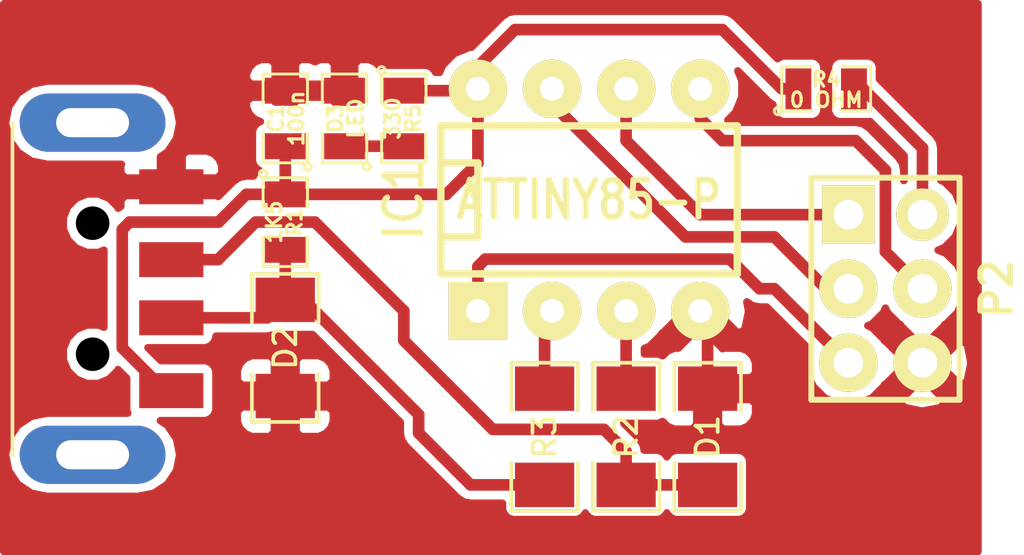
<source format=kicad_pcb>
(kicad_pcb (version 3) (host pcbnew "(2013-may-18)-stable")

  (general
    (links 24)
    (no_connects 0)
    (area 30.734 54.156 72.4916 113.030001)
    (thickness 1.6)
    (drawings 0)
    (tracks 67)
    (zones 0)
    (modules 12)
    (nets 13)
  )

  (page A4)
  (layers
    (15 F.Cu signal)
    (0 B.Cu signal)
    (16 B.Adhes user)
    (17 F.Adhes user)
    (18 B.Paste user)
    (19 F.Paste user)
    (20 B.SilkS user)
    (21 F.SilkS user)
    (22 B.Mask user)
    (23 F.Mask user)
    (24 Dwgs.User user)
    (25 Cmts.User user)
    (26 Eco1.User user)
    (27 Eco2.User user)
    (28 Edge.Cuts user)
  )

  (setup
    (last_trace_width 0.4)
    (user_trace_width 0.4)
    (user_trace_width 0.6)
    (user_trace_width 0.8)
    (user_trace_width 1)
    (trace_clearance 0.254)
    (zone_clearance 0.3)
    (zone_45_only yes)
    (trace_min 0.254)
    (segment_width 0.2)
    (edge_width 0.15)
    (via_size 0.889)
    (via_drill 0.635)
    (via_min_size 0.889)
    (via_min_drill 0.508)
    (uvia_size 0.508)
    (uvia_drill 0.127)
    (uvias_allowed no)
    (uvia_min_size 0.508)
    (uvia_min_drill 0.127)
    (pcb_text_width 0.3)
    (pcb_text_size 1 1)
    (mod_edge_width 0.15)
    (mod_text_size 1 1)
    (mod_text_width 0.15)
    (pad_size 2 1.8)
    (pad_drill 1.016)
    (pad_to_mask_clearance 0)
    (aux_axis_origin 0 0)
    (visible_elements FFFFFFBF)
    (pcbplotparams
      (layerselection 32768)
      (usegerberextensions false)
      (excludeedgelayer false)
      (linewidth 0.150000)
      (plotframeref false)
      (viasonmask false)
      (mode 1)
      (useauxorigin false)
      (hpglpennumber 1)
      (hpglpenspeed 20)
      (hpglpendiameter 15)
      (hpglpenoverlay 2)
      (psnegative false)
      (psa4output false)
      (plotreference false)
      (plotvalue false)
      (plotothertext false)
      (plotinvisibletext false)
      (padsonsilk false)
      (subtractmaskfromsilk false)
      (outputformat 2)
      (mirror false)
      (drillshape 2)
      (scaleselection 1)
      (outputdirectory ""))
  )

  (net 0 "")
  (net 1 D+)
  (net 2 D-)
  (net 3 GND)
  (net 4 MISO)
  (net 5 MOSI)
  (net 6 N-000001)
  (net 7 N-000002)
  (net 8 N-000007)
  (net 9 RESET)
  (net 10 SCK)
  (net 11 VCC)
  (net 12 VCC_HEADER)

  (net_class Default "This is the default net class."
    (clearance 0.254)
    (trace_width 0.254)
    (via_dia 0.889)
    (via_drill 0.635)
    (uvia_dia 0.508)
    (uvia_drill 0.127)
    (add_net "")
    (add_net D+)
    (add_net D-)
    (add_net GND)
    (add_net MISO)
    (add_net MOSI)
    (add_net N-000001)
    (add_net N-000002)
    (add_net N-000007)
    (add_net RESET)
    (add_net SCK)
    (add_net VCC)
    (add_net VCC_HEADER)
  )

  (module SM1206 (layer F.Cu) (tedit 42806E24) (tstamp 5350465A)
    (at 58.928 68.326 90)
    (path /53503BC7)
    (attr smd)
    (fp_text reference R2 (at 0 0 90) (layer F.SilkS)
      (effects (font (size 0.762 0.762) (thickness 0.127)))
    )
    (fp_text value 68 (at 0 0 90) (layer F.SilkS) hide
      (effects (font (size 0.762 0.762) (thickness 0.127)))
    )
    (fp_line (start -2.54 -1.143) (end -2.54 1.143) (layer F.SilkS) (width 0.127))
    (fp_line (start -2.54 1.143) (end -0.889 1.143) (layer F.SilkS) (width 0.127))
    (fp_line (start 0.889 -1.143) (end 2.54 -1.143) (layer F.SilkS) (width 0.127))
    (fp_line (start 2.54 -1.143) (end 2.54 1.143) (layer F.SilkS) (width 0.127))
    (fp_line (start 2.54 1.143) (end 0.889 1.143) (layer F.SilkS) (width 0.127))
    (fp_line (start -0.889 -1.143) (end -2.54 -1.143) (layer F.SilkS) (width 0.127))
    (pad 1 smd rect (at -1.651 0 90) (size 1.524 2.032)
      (layers F.Cu F.Paste F.Mask)
      (net 1 D+)
    )
    (pad 2 smd rect (at 1.651 0 90) (size 1.524 2.032)
      (layers F.Cu F.Paste F.Mask)
      (net 6 N-000001)
    )
    (model smd/chip_cms.wrl
      (at (xyz 0 0 0))
      (scale (xyz 0.17 0.16 0.16))
      (rotate (xyz 0 0 0))
    )
  )

  (module SM1206 (layer F.Cu) (tedit 42806E24) (tstamp 53504666)
    (at 56.134 68.326 90)
    (path /53503BE0)
    (attr smd)
    (fp_text reference R3 (at 0 0 90) (layer F.SilkS)
      (effects (font (size 0.762 0.762) (thickness 0.127)))
    )
    (fp_text value 68 (at 0 0 90) (layer F.SilkS) hide
      (effects (font (size 0.762 0.762) (thickness 0.127)))
    )
    (fp_line (start -2.54 -1.143) (end -2.54 1.143) (layer F.SilkS) (width 0.127))
    (fp_line (start -2.54 1.143) (end -0.889 1.143) (layer F.SilkS) (width 0.127))
    (fp_line (start 0.889 -1.143) (end 2.54 -1.143) (layer F.SilkS) (width 0.127))
    (fp_line (start 2.54 -1.143) (end 2.54 1.143) (layer F.SilkS) (width 0.127))
    (fp_line (start 2.54 1.143) (end 0.889 1.143) (layer F.SilkS) (width 0.127))
    (fp_line (start -0.889 -1.143) (end -2.54 -1.143) (layer F.SilkS) (width 0.127))
    (pad 1 smd rect (at -1.651 0 90) (size 1.524 2.032)
      (layers F.Cu F.Paste F.Mask)
      (net 2 D-)
    )
    (pad 2 smd rect (at 1.651 0 90) (size 1.524 2.032)
      (layers F.Cu F.Paste F.Mask)
      (net 7 N-000002)
    )
    (model smd/chip_cms.wrl
      (at (xyz 0 0 0))
      (scale (xyz 0.17 0.16 0.16))
      (rotate (xyz 0 0 0))
    )
  )

  (module SM1206 (layer F.Cu) (tedit 42806E24) (tstamp 53504672)
    (at 61.722 68.326 270)
    (path /53503C5C)
    (attr smd)
    (fp_text reference D1 (at 0 0 270) (layer F.SilkS)
      (effects (font (size 0.762 0.762) (thickness 0.127)))
    )
    (fp_text value 3V6 (at 0 0 270) (layer F.SilkS) hide
      (effects (font (size 0.762 0.762) (thickness 0.127)))
    )
    (fp_line (start -2.54 -1.143) (end -2.54 1.143) (layer F.SilkS) (width 0.127))
    (fp_line (start -2.54 1.143) (end -0.889 1.143) (layer F.SilkS) (width 0.127))
    (fp_line (start 0.889 -1.143) (end 2.54 -1.143) (layer F.SilkS) (width 0.127))
    (fp_line (start 2.54 -1.143) (end 2.54 1.143) (layer F.SilkS) (width 0.127))
    (fp_line (start 2.54 1.143) (end 0.889 1.143) (layer F.SilkS) (width 0.127))
    (fp_line (start -0.889 -1.143) (end -2.54 -1.143) (layer F.SilkS) (width 0.127))
    (pad 1 smd rect (at -1.651 0 270) (size 1.524 2.032)
      (layers F.Cu F.Paste F.Mask)
      (net 3 GND)
    )
    (pad 2 smd rect (at 1.651 0 270) (size 1.524 2.032)
      (layers F.Cu F.Paste F.Mask)
      (net 1 D+)
    )
    (model smd/chip_cms.wrl
      (at (xyz 0 0 0))
      (scale (xyz 0.17 0.16 0.16))
      (rotate (xyz 0 0 0))
    )
  )

  (module SM1206 (layer F.Cu) (tedit 42806E24) (tstamp 5352B99F)
    (at 47.244 65.278 90)
    (path /53503C7C)
    (attr smd)
    (fp_text reference D2 (at 0 0 90) (layer F.SilkS)
      (effects (font (size 0.762 0.762) (thickness 0.127)))
    )
    (fp_text value 3V6 (at 0 0 90) (layer F.SilkS) hide
      (effects (font (size 0.762 0.762) (thickness 0.127)))
    )
    (fp_line (start -2.54 -1.143) (end -2.54 1.143) (layer F.SilkS) (width 0.127))
    (fp_line (start -2.54 1.143) (end -0.889 1.143) (layer F.SilkS) (width 0.127))
    (fp_line (start 0.889 -1.143) (end 2.54 -1.143) (layer F.SilkS) (width 0.127))
    (fp_line (start 2.54 -1.143) (end 2.54 1.143) (layer F.SilkS) (width 0.127))
    (fp_line (start 2.54 1.143) (end 0.889 1.143) (layer F.SilkS) (width 0.127))
    (fp_line (start -0.889 -1.143) (end -2.54 -1.143) (layer F.SilkS) (width 0.127))
    (pad 1 smd rect (at -1.651 0 90) (size 1.524 2.032)
      (layers F.Cu F.Paste F.Mask)
      (net 3 GND)
    )
    (pad 2 smd rect (at 1.651 0 90) (size 1.524 2.032)
      (layers F.Cu F.Paste F.Mask)
      (net 2 D-)
    )
    (model smd/chip_cms.wrl
      (at (xyz 0 0 0))
      (scale (xyz 0.17 0.16 0.16))
      (rotate (xyz 0 0 0))
    )
  )

  (module SM0805 (layer F.Cu) (tedit 5091495C) (tstamp 5350468B)
    (at 47.244 57.404 90)
    (path /53503BA0)
    (attr smd)
    (fp_text reference C1 (at 0 -0.3175 90) (layer F.SilkS)
      (effects (font (size 0.50038 0.50038) (thickness 0.10922)))
    )
    (fp_text value 100n (at 0 0.381 90) (layer F.SilkS)
      (effects (font (size 0.50038 0.50038) (thickness 0.10922)))
    )
    (fp_circle (center -1.651 0.762) (end -1.651 0.635) (layer F.SilkS) (width 0.09906))
    (fp_line (start -0.508 0.762) (end -1.524 0.762) (layer F.SilkS) (width 0.09906))
    (fp_line (start -1.524 0.762) (end -1.524 -0.762) (layer F.SilkS) (width 0.09906))
    (fp_line (start -1.524 -0.762) (end -0.508 -0.762) (layer F.SilkS) (width 0.09906))
    (fp_line (start 0.508 -0.762) (end 1.524 -0.762) (layer F.SilkS) (width 0.09906))
    (fp_line (start 1.524 -0.762) (end 1.524 0.762) (layer F.SilkS) (width 0.09906))
    (fp_line (start 1.524 0.762) (end 0.508 0.762) (layer F.SilkS) (width 0.09906))
    (pad 1 smd rect (at -0.9525 0 90) (size 0.889 1.397)
      (layers F.Cu F.Paste F.Mask)
      (net 11 VCC)
    )
    (pad 2 smd rect (at 0.9525 0 90) (size 0.889 1.397)
      (layers F.Cu F.Paste F.Mask)
      (net 3 GND)
    )
    (model smd/chip_cms.wrl
      (at (xyz 0 0 0))
      (scale (xyz 0.1 0.1 0.1))
      (rotate (xyz 0 0 0))
    )
  )

  (module SM0805 (layer F.Cu) (tedit 5091495C) (tstamp 53504698)
    (at 47.244 60.96 270)
    (path /53503CE4)
    (attr smd)
    (fp_text reference R1 (at 0 -0.3175 270) (layer F.SilkS)
      (effects (font (size 0.50038 0.50038) (thickness 0.10922)))
    )
    (fp_text value 1K5 (at 0 0.381 270) (layer F.SilkS)
      (effects (font (size 0.50038 0.50038) (thickness 0.10922)))
    )
    (fp_circle (center -1.651 0.762) (end -1.651 0.635) (layer F.SilkS) (width 0.09906))
    (fp_line (start -0.508 0.762) (end -1.524 0.762) (layer F.SilkS) (width 0.09906))
    (fp_line (start -1.524 0.762) (end -1.524 -0.762) (layer F.SilkS) (width 0.09906))
    (fp_line (start -1.524 -0.762) (end -0.508 -0.762) (layer F.SilkS) (width 0.09906))
    (fp_line (start 0.508 -0.762) (end 1.524 -0.762) (layer F.SilkS) (width 0.09906))
    (fp_line (start 1.524 -0.762) (end 1.524 0.762) (layer F.SilkS) (width 0.09906))
    (fp_line (start 1.524 0.762) (end 0.508 0.762) (layer F.SilkS) (width 0.09906))
    (pad 1 smd rect (at -0.9525 0 270) (size 0.889 1.397)
      (layers F.Cu F.Paste F.Mask)
      (net 11 VCC)
    )
    (pad 2 smd rect (at 0.9525 0 270) (size 0.889 1.397)
      (layers F.Cu F.Paste F.Mask)
      (net 2 D-)
    )
    (model smd/chip_cms.wrl
      (at (xyz 0 0 0))
      (scale (xyz 0.1 0.1 0.1))
      (rotate (xyz 0 0 0))
    )
  )

  (module SM0805 (layer F.Cu) (tedit 5091495C) (tstamp 535046A5)
    (at 65.786 56.388)
    (path /53503D81)
    (attr smd)
    (fp_text reference R4 (at 0 -0.3175) (layer F.SilkS)
      (effects (font (size 0.50038 0.50038) (thickness 0.10922)))
    )
    (fp_text value "0 OHM" (at 0 0.381) (layer F.SilkS)
      (effects (font (size 0.50038 0.50038) (thickness 0.10922)))
    )
    (fp_circle (center -1.651 0.762) (end -1.651 0.635) (layer F.SilkS) (width 0.09906))
    (fp_line (start -0.508 0.762) (end -1.524 0.762) (layer F.SilkS) (width 0.09906))
    (fp_line (start -1.524 0.762) (end -1.524 -0.762) (layer F.SilkS) (width 0.09906))
    (fp_line (start -1.524 -0.762) (end -0.508 -0.762) (layer F.SilkS) (width 0.09906))
    (fp_line (start 0.508 -0.762) (end 1.524 -0.762) (layer F.SilkS) (width 0.09906))
    (fp_line (start 1.524 -0.762) (end 1.524 0.762) (layer F.SilkS) (width 0.09906))
    (fp_line (start 1.524 0.762) (end 0.508 0.762) (layer F.SilkS) (width 0.09906))
    (pad 1 smd rect (at -0.9525 0) (size 0.889 1.397)
      (layers F.Cu F.Paste F.Mask)
      (net 11 VCC)
    )
    (pad 2 smd rect (at 0.9525 0) (size 0.889 1.397)
      (layers F.Cu F.Paste F.Mask)
      (net 12 VCC_HEADER)
    )
    (model smd/chip_cms.wrl
      (at (xyz 0 0 0))
      (scale (xyz 0.1 0.1 0.1))
      (rotate (xyz 0 0 0))
    )
  )

  (module SM0805 (layer F.Cu) (tedit 5091495C) (tstamp 535046B2)
    (at 51.308 57.404 270)
    (path /53503DE0)
    (attr smd)
    (fp_text reference R5 (at 0 -0.3175 270) (layer F.SilkS)
      (effects (font (size 0.50038 0.50038) (thickness 0.10922)))
    )
    (fp_text value 330 (at 0 0.381 270) (layer F.SilkS)
      (effects (font (size 0.50038 0.50038) (thickness 0.10922)))
    )
    (fp_circle (center -1.651 0.762) (end -1.651 0.635) (layer F.SilkS) (width 0.09906))
    (fp_line (start -0.508 0.762) (end -1.524 0.762) (layer F.SilkS) (width 0.09906))
    (fp_line (start -1.524 0.762) (end -1.524 -0.762) (layer F.SilkS) (width 0.09906))
    (fp_line (start -1.524 -0.762) (end -0.508 -0.762) (layer F.SilkS) (width 0.09906))
    (fp_line (start 0.508 -0.762) (end 1.524 -0.762) (layer F.SilkS) (width 0.09906))
    (fp_line (start 1.524 -0.762) (end 1.524 0.762) (layer F.SilkS) (width 0.09906))
    (fp_line (start 1.524 0.762) (end 0.508 0.762) (layer F.SilkS) (width 0.09906))
    (pad 1 smd rect (at -0.9525 0 270) (size 0.889 1.397)
      (layers F.Cu F.Paste F.Mask)
      (net 11 VCC)
    )
    (pad 2 smd rect (at 0.9525 0 270) (size 0.889 1.397)
      (layers F.Cu F.Paste F.Mask)
      (net 8 N-000007)
    )
    (model smd/chip_cms.wrl
      (at (xyz 0 0 0))
      (scale (xyz 0.1 0.1 0.1))
      (rotate (xyz 0 0 0))
    )
  )

  (module SM0805 (layer F.Cu) (tedit 5091495C) (tstamp 535046BF)
    (at 49.276 57.404 90)
    (path /53503DEF)
    (attr smd)
    (fp_text reference D3 (at 0 -0.3175 90) (layer F.SilkS)
      (effects (font (size 0.50038 0.50038) (thickness 0.10922)))
    )
    (fp_text value LED (at 0 0.381 90) (layer F.SilkS)
      (effects (font (size 0.50038 0.50038) (thickness 0.10922)))
    )
    (fp_circle (center -1.651 0.762) (end -1.651 0.635) (layer F.SilkS) (width 0.09906))
    (fp_line (start -0.508 0.762) (end -1.524 0.762) (layer F.SilkS) (width 0.09906))
    (fp_line (start -1.524 0.762) (end -1.524 -0.762) (layer F.SilkS) (width 0.09906))
    (fp_line (start -1.524 -0.762) (end -0.508 -0.762) (layer F.SilkS) (width 0.09906))
    (fp_line (start 0.508 -0.762) (end 1.524 -0.762) (layer F.SilkS) (width 0.09906))
    (fp_line (start 1.524 -0.762) (end 1.524 0.762) (layer F.SilkS) (width 0.09906))
    (fp_line (start 1.524 0.762) (end 0.508 0.762) (layer F.SilkS) (width 0.09906))
    (pad 1 smd rect (at -0.9525 0 90) (size 0.889 1.397)
      (layers F.Cu F.Paste F.Mask)
      (net 8 N-000007)
    )
    (pad 2 smd rect (at 0.9525 0 90) (size 0.889 1.397)
      (layers F.Cu F.Paste F.Mask)
      (net 3 GND)
    )
    (model smd/chip_cms.wrl
      (at (xyz 0 0 0))
      (scale (xyz 0.1 0.1 0.1))
      (rotate (xyz 0 0 0))
    )
  )

  (module pin_array_3x2 (layer F.Cu) (tedit 53519A67) (tstamp 535046CD)
    (at 67.818 63.246 270)
    (descr "Double rangee de contacts 2 x 4 pins")
    (tags CONN)
    (path /53503D46)
    (fp_text reference P2 (at 0 -3.81 270) (layer F.SilkS)
      (effects (font (size 1.016 1.016) (thickness 0.2032)))
    )
    (fp_text value CONN_3X2 (at 0 3.81 270) (layer F.SilkS) hide
      (effects (font (size 1.016 1.016) (thickness 0.2032)))
    )
    (fp_line (start 3.81 2.54) (end -3.81 2.54) (layer F.SilkS) (width 0.2032))
    (fp_line (start -3.81 -2.54) (end 3.81 -2.54) (layer F.SilkS) (width 0.2032))
    (fp_line (start 3.81 -2.54) (end 3.81 2.54) (layer F.SilkS) (width 0.2032))
    (fp_line (start -3.81 2.54) (end -3.81 -2.54) (layer F.SilkS) (width 0.2032))
    (pad 1 thru_hole rect (at -2.54 1.27 270) (size 2 1.8) (drill 1.016)
      (layers *.Cu *.Mask F.SilkS)
      (net 4 MISO)
    )
    (pad 2 thru_hole circle (at -2.54 -1.27 270) (size 1.8 1.8) (drill 1.016)
      (layers *.Cu *.Mask F.SilkS)
      (net 12 VCC_HEADER)
    )
    (pad 3 thru_hole circle (at 0 1.27 270) (size 2 2) (drill 1.016)
      (layers *.Cu *.Mask F.SilkS)
      (net 10 SCK)
    )
    (pad 4 thru_hole circle (at 0 -1.27 270) (size 2 2) (drill 1.016)
      (layers *.Cu *.Mask F.SilkS)
      (net 5 MOSI)
    )
    (pad 5 thru_hole circle (at 2.54 1.27 270) (size 2 2) (drill 1.016)
      (layers *.Cu *.Mask F.SilkS)
      (net 9 RESET)
    )
    (pad 6 thru_hole circle (at 2.54 -1.27 270) (size 2 2) (drill 1.016)
      (layers *.Cu *.Mask F.SilkS)
      (net 3 GND)
    )
    (model pin_array/pins_array_3x2.wrl
      (at (xyz 0 0 0))
      (scale (xyz 1 1 1))
      (rotate (xyz 0 0 0))
    )
  )

  (module DIP-8__300 (layer F.Cu) (tedit 535046E3) (tstamp 535046E0)
    (at 57.658 60.198)
    (descr "8 pins DIL package, round pads")
    (tags DIL)
    (path /53503B6F)
    (fp_text reference IC1 (at -6.35 0 90) (layer F.SilkS)
      (effects (font (size 1.27 1.143) (thickness 0.2032)))
    )
    (fp_text value ATTINY85-P (at 0 0) (layer F.SilkS)
      (effects (font (size 1.27 1.016) (thickness 0.2032)))
    )
    (fp_line (start -5.08 -1.27) (end -3.81 -1.27) (layer F.SilkS) (width 0.254))
    (fp_line (start -3.81 -1.27) (end -3.81 1.27) (layer F.SilkS) (width 0.254))
    (fp_line (start -3.81 1.27) (end -5.08 1.27) (layer F.SilkS) (width 0.254))
    (fp_line (start -5.08 -2.54) (end 5.08 -2.54) (layer F.SilkS) (width 0.254))
    (fp_line (start 5.08 -2.54) (end 5.08 2.54) (layer F.SilkS) (width 0.254))
    (fp_line (start 5.08 2.54) (end -5.08 2.54) (layer F.SilkS) (width 0.254))
    (fp_line (start -5.08 2.54) (end -5.08 -2.54) (layer F.SilkS) (width 0.254))
    (pad 1 thru_hole rect (at -3.81 3.81) (size 2 2) (drill 0.8128)
      (layers *.Cu *.Mask F.SilkS)
      (net 9 RESET)
    )
    (pad 2 thru_hole circle (at -1.27 3.81) (size 2 2) (drill 0.8128)
      (layers *.Cu *.Mask F.SilkS)
      (net 7 N-000002)
    )
    (pad 3 thru_hole circle (at 1.27 3.81) (size 2 2) (drill 0.8128)
      (layers *.Cu *.Mask F.SilkS)
      (net 6 N-000001)
    )
    (pad 4 thru_hole circle (at 3.81 3.81) (size 2 2) (drill 0.8128)
      (layers *.Cu *.Mask F.SilkS)
      (net 3 GND)
    )
    (pad 5 thru_hole circle (at 3.81 -3.81) (size 2 2) (drill 0.8128)
      (layers *.Cu *.Mask F.SilkS)
      (net 5 MOSI)
    )
    (pad 6 thru_hole circle (at 1.27 -3.81) (size 2 2) (drill 0.8128)
      (layers *.Cu *.Mask F.SilkS)
      (net 4 MISO)
    )
    (pad 7 thru_hole circle (at -1.27 -3.81) (size 2 2) (drill 0.8128)
      (layers *.Cu *.Mask F.SilkS)
      (net 10 SCK)
    )
    (pad 8 thru_hole circle (at -3.81 -3.81) (size 2 2) (drill 0.8128)
      (layers *.Cu *.Mask F.SilkS)
      (net 11 VCC)
    )
    (model dil/dil_8.wrl
      (at (xyz 0 0 0))
      (scale (xyz 1 1 1))
      (rotate (xyz 0 0 0))
    )
  )

  (module USB-A-PLUG-SMT (layer F.Cu) (tedit 5299303F) (tstamp 5350464E)
    (at 40.64 63.246 270)
    (path /5350427A)
    (attr smd)
    (fp_text reference P1 (at 0 -0.381 270) (layer Cmts.User)
      (effects (font (size 0.508 0.508) (thickness 0.1016)))
    )
    (fp_text value USB-A (at 0 0.381 270) (layer Cmts.User) hide
      (effects (font (size 0.508 0.508) (thickness 0.1016)))
    )
    (fp_line (start -5.69976 2.74828) (end 5.69976 2.74828) (layer F.SilkS) (width 0.127))
    (pad 1 smd rect (at 3.49758 -2.69748 270) (size 1.20142 2.20218)
      (layers F.Cu F.Paste F.Mask)
      (net 11 VCC)
    )
    (pad 2 smd rect (at 0.99822 -2.69748 270) (size 1.19888 2.20218)
      (layers F.Cu F.Paste F.Mask)
      (net 2 D-)
    )
    (pad 3 smd rect (at -0.99822 -2.69748 270) (size 1.19888 2.20218)
      (layers F.Cu F.Paste F.Mask)
      (net 1 D+)
    )
    (pad 4 smd rect (at -3.49758 -2.69748 270) (size 1.20142 2.20218)
      (layers F.Cu F.Paste F.Mask)
      (net 3 GND)
    )
    (pad 5 thru_hole oval (at -5.69722 0 270) (size 1.99898 4.99872) (drill oval 0.99822 2.49936)
      (layers *.Cu *.Mask)
    )
    (pad 6 thru_hole oval (at 5.69722 0 270) (size 1.99898 4.99872) (drill oval 0.99822 2.49936)
      (layers *.Cu *.Mask)
    )
    (pad HOLE np_thru_hole circle (at -2.2479 0 270) (size 1.15062 1.15062) (drill 1.15062)
      (layers *.Mask)
    )
    (pad HOLE np_thru_hole circle (at 2.2479 0 270) (size 1.15062 1.15062) (drill 1.15062)
      (layers *.Mask)
    )
  )

  (segment (start 43.33748 62.24778) (end 44.94022 62.24778) (width 0.4) (layer F.Cu) (net 1))
  (segment (start 58.928 68.834) (end 58.928 69.977) (width 0.4) (layer F.Cu) (net 1) (tstamp 5352B886))
  (segment (start 58.166 68.072) (end 58.928 68.834) (width 0.4) (layer F.Cu) (net 1) (tstamp 5352B885))
  (segment (start 54.356 68.072) (end 58.166 68.072) (width 0.4) (layer F.Cu) (net 1) (tstamp 5352B883))
  (segment (start 51.308 65.024) (end 54.356 68.072) (width 0.4) (layer F.Cu) (net 1) (tstamp 5352B882))
  (segment (start 51.308 64.008) (end 51.308 65.024) (width 0.4) (layer F.Cu) (net 1) (tstamp 5352B880))
  (segment (start 48.26 60.96) (end 51.308 64.008) (width 0.4) (layer F.Cu) (net 1) (tstamp 5352B87C))
  (segment (start 46.228 60.96) (end 48.26 60.96) (width 0.4) (layer F.Cu) (net 1) (tstamp 5352B87B))
  (segment (start 44.94022 62.24778) (end 46.228 60.96) (width 0.4) (layer F.Cu) (net 1) (tstamp 5352B87A))
  (segment (start 43.33748 62.24778) (end 44.17822 62.24778) (width 0.4) (layer F.Cu) (net 1))
  (segment (start 58.928 69.977) (end 61.722 69.977) (width 0.4) (layer F.Cu) (net 1))
  (segment (start 47.244 63.627) (end 47.879 63.627) (width 0.4) (layer F.Cu) (net 2) (status C00000))
  (segment (start 53.594 69.977) (end 56.134 69.977) (width 0.4) (layer F.Cu) (net 2))
  (segment (start 51.816 68.199) (end 53.594 69.977) (width 0.4) (layer F.Cu) (net 2) (tstamp 5352B9F7))
  (segment (start 51.816 67.564) (end 51.816 68.199) (width 0.4) (layer F.Cu) (net 2) (tstamp 5352B9F5))
  (segment (start 47.879 63.627) (end 51.816 67.564) (width 0.4) (layer F.Cu) (net 2) (tstamp 5352B9F4) (status 400000))
  (segment (start 43.33748 64.24422) (end 46.62678 64.24422) (width 0.4) (layer F.Cu) (net 2) (status C00000))
  (segment (start 46.62678 64.24422) (end 47.244 63.627) (width 0.4) (layer F.Cu) (net 2) (tstamp 5352B9F0) (status C00000))
  (segment (start 47.244 63.627) (end 47.244 61.9125) (width 0.4) (layer F.Cu) (net 2) (tstamp 5352B9F1) (status C00000))
  (segment (start 61.722 66.675) (end 61.722 64.262) (width 0.4) (layer F.Cu) (net 3))
  (segment (start 61.722 64.262) (end 61.468 64.008) (width 0.4) (layer F.Cu) (net 3) (tstamp 53519CDF))
  (segment (start 49.276 56.4515) (end 47.244 56.4515) (width 0.4) (layer F.Cu) (net 3))
  (segment (start 66.548 60.706) (end 61.468 60.706) (width 0.4) (layer F.Cu) (net 4))
  (segment (start 58.928 58.166) (end 58.928 56.388) (width 0.4) (layer F.Cu) (net 4) (tstamp 5351A16F))
  (segment (start 61.468 60.706) (end 58.928 58.166) (width 0.4) (layer F.Cu) (net 4) (tstamp 5351A16C))
  (segment (start 61.468 56.388) (end 61.468 57.404) (width 0.4) (layer F.Cu) (net 5))
  (segment (start 67.818 61.976) (end 69.088 63.246) (width 0.4) (layer F.Cu) (net 5) (tstamp 5351A18C))
  (segment (start 67.818 59.182) (end 67.818 61.976) (width 0.4) (layer F.Cu) (net 5) (tstamp 5351A18A))
  (segment (start 66.802 58.166) (end 67.818 59.182) (width 0.4) (layer F.Cu) (net 5) (tstamp 5351A189))
  (segment (start 62.23 58.166) (end 66.802 58.166) (width 0.4) (layer F.Cu) (net 5) (tstamp 5351A188))
  (segment (start 61.468 57.404) (end 62.23 58.166) (width 0.4) (layer F.Cu) (net 5) (tstamp 5351A187))
  (segment (start 58.928 66.675) (end 58.928 64.008) (width 0.4) (layer F.Cu) (net 6))
  (segment (start 56.134 66.675) (end 56.134 64.262) (width 0.4) (layer F.Cu) (net 7))
  (segment (start 56.134 64.262) (end 56.388 64.008) (width 0.4) (layer F.Cu) (net 7) (tstamp 53519CDA))
  (segment (start 51.308 58.3565) (end 49.276 58.3565) (width 0.4) (layer F.Cu) (net 8))
  (segment (start 66.548 65.786) (end 64.008 63.246) (width 0.4) (layer F.Cu) (net 9))
  (segment (start 53.848 62.484) (end 53.848 64.008) (width 0.4) (layer F.Cu) (net 9) (tstamp 5351A17E))
  (segment (start 54.102 62.23) (end 53.848 62.484) (width 0.4) (layer F.Cu) (net 9) (tstamp 5351A17D))
  (segment (start 62.484 62.23) (end 54.102 62.23) (width 0.4) (layer F.Cu) (net 9) (tstamp 5351A17C))
  (segment (start 63.5 63.246) (end 62.484 62.23) (width 0.4) (layer F.Cu) (net 9) (tstamp 5351A17B))
  (segment (start 64.008 63.246) (end 63.5 63.246) (width 0.4) (layer F.Cu) (net 9) (tstamp 5351A17A))
  (segment (start 56.388 56.388) (end 56.388 56.896) (width 0.4) (layer F.Cu) (net 10))
  (segment (start 65.786 63.246) (end 66.548 63.246) (width 0.4) (layer F.Cu) (net 10) (tstamp 5351A177))
  (segment (start 64.008 61.468) (end 65.786 63.246) (width 0.4) (layer F.Cu) (net 10) (tstamp 5351A176))
  (segment (start 60.96 61.468) (end 64.008 61.468) (width 0.4) (layer F.Cu) (net 10) (tstamp 5351A174))
  (segment (start 56.388 56.896) (end 60.96 61.468) (width 0.4) (layer F.Cu) (net 10) (tstamp 5351A173))
  (segment (start 47.244 60.0075) (end 45.9105 60.0075) (width 0.4) (layer F.Cu) (net 11))
  (segment (start 45.9105 60.0075) (end 44.958 60.96) (width 0.4) (layer F.Cu) (net 11) (tstamp 5352B8B6))
  (segment (start 44.958 60.96) (end 41.91 60.96) (width 0.4) (layer F.Cu) (net 11) (tstamp 5352B8B9))
  (segment (start 41.91 60.96) (end 41.656 61.214) (width 0.4) (layer F.Cu) (net 11) (tstamp 5352B8BB))
  (segment (start 41.656 61.214) (end 41.656 65.278) (width 0.4) (layer F.Cu) (net 11) (tstamp 5352B8BC))
  (segment (start 41.656 65.278) (end 43.12158 66.74358) (width 0.4) (layer F.Cu) (net 11) (tstamp 5352B8BF))
  (segment (start 43.12158 66.74358) (end 43.33748 66.74358) (width 0.4) (layer F.Cu) (net 11) (tstamp 5352B8C4))
  (segment (start 64.8335 56.388) (end 64.262 56.388) (width 0.4) (layer F.Cu) (net 11))
  (segment (start 53.848 55.626) (end 53.848 56.388) (width 0.4) (layer F.Cu) (net 11) (tstamp 5351A1A8))
  (segment (start 55.118 54.356) (end 53.848 55.626) (width 0.4) (layer F.Cu) (net 11) (tstamp 5351A1A7))
  (segment (start 62.23 54.356) (end 55.118 54.356) (width 0.4) (layer F.Cu) (net 11) (tstamp 5351A1A6))
  (segment (start 64.262 56.388) (end 62.23 54.356) (width 0.4) (layer F.Cu) (net 11) (tstamp 5351A1A5))
  (segment (start 51.308 56.4515) (end 53.7845 56.4515) (width 0.4) (layer F.Cu) (net 11))
  (segment (start 53.7845 56.4515) (end 53.848 56.388) (width 0.4) (layer F.Cu) (net 11) (tstamp 53519CB7))
  (segment (start 47.244 60.0075) (end 52.7685 60.0075) (width 0.4) (layer F.Cu) (net 11))
  (segment (start 53.848 58.928) (end 53.848 56.388) (width 0.4) (layer F.Cu) (net 11) (tstamp 53519CAF))
  (segment (start 52.7685 60.0075) (end 53.848 58.928) (width 0.4) (layer F.Cu) (net 11) (tstamp 53519CAE))
  (segment (start 47.244 60.0075) (end 47.244 58.3565) (width 0.4) (layer F.Cu) (net 11))
  (segment (start 66.7385 56.388) (end 67.056 56.388) (width 0.4) (layer F.Cu) (net 12))
  (segment (start 69.088 58.42) (end 69.088 60.706) (width 0.4) (layer F.Cu) (net 12) (tstamp 5351A1A1))
  (segment (start 67.056 56.388) (end 69.088 58.42) (width 0.4) (layer F.Cu) (net 12) (tstamp 5351A1A0))

  (zone (net 3) (net_name GND) (layer F.Cu) (tstamp 5352BA04) (hatch edge 0.508)
    (connect_pads (clearance 0.3))
    (min_thickness 0.254)
    (fill (arc_segments 16) (thermal_gap 0.5) (thermal_bridge_width 1))
    (polygon
      (pts
        (xy 37.465 53.34) (xy 37.465 72.39) (xy 71.12 72.39) (xy 71.12 53.34)
      )
    )
    (filled_polygon
      (pts
        (xy 70.993 72.263) (xy 70.746809 72.263) (xy 70.746809 65.800646) (xy 70.626144 65.164732) (xy 70.614935 65.137671)
        (xy 70.515247 65.087967) (xy 70.515247 62.963398) (xy 70.298457 62.438726) (xy 69.897386 62.036954) (xy 69.620269 61.921885)
        (xy 69.838703 61.831631) (xy 70.212319 61.458666) (xy 70.414769 60.971115) (xy 70.415229 60.443202) (xy 70.213631 59.955297)
        (xy 69.840666 59.581681) (xy 69.715 59.529499) (xy 69.715 58.42) (xy 69.714999 58.419999) (xy 69.667272 58.180057)
        (xy 69.531356 57.976644) (xy 69.531355 57.976643) (xy 67.610074 56.055362) (xy 67.610074 55.604937) (xy 67.545204 55.44794)
        (xy 67.425192 55.327718) (xy 67.268308 55.262574) (xy 67.098437 55.262426) (xy 66.209437 55.262426) (xy 66.05244 55.327296)
        (xy 65.932218 55.447308) (xy 65.867074 55.604192) (xy 65.866926 55.774063) (xy 65.866926 57.171063) (xy 65.931796 57.32806)
        (xy 66.051808 57.448282) (xy 66.208692 57.513426) (xy 66.378563 57.513574) (xy 67.267563 57.513574) (xy 67.28688 57.505592)
        (xy 68.461 58.679712) (xy 68.461 59.529256) (xy 68.445 59.535867) (xy 68.445 59.182) (xy 68.444999 59.181999)
        (xy 68.397272 58.942057) (xy 68.261356 58.738644) (xy 68.261355 58.738643) (xy 67.245356 57.722644) (xy 67.041943 57.586728)
        (xy 66.802 57.539) (xy 62.489711 57.539) (xy 62.41234 57.461629) (xy 62.677046 57.197386) (xy 62.894751 56.673093)
        (xy 62.895247 56.105398) (xy 62.756223 55.768935) (xy 63.818643 56.831355) (xy 63.818644 56.831356) (xy 63.961926 56.927093)
        (xy 63.961926 57.171063) (xy 64.026796 57.32806) (xy 64.146808 57.448282) (xy 64.303692 57.513426) (xy 64.473563 57.513574)
        (xy 65.362563 57.513574) (xy 65.51956 57.448704) (xy 65.639782 57.328692) (xy 65.704926 57.171808) (xy 65.705074 57.001937)
        (xy 65.705074 55.604937) (xy 65.640204 55.44794) (xy 65.520192 55.327718) (xy 65.363308 55.262574) (xy 65.193437 55.262426)
        (xy 64.304437 55.262426) (xy 64.14744 55.327296) (xy 64.117698 55.356986) (xy 62.673356 53.912644) (xy 62.469943 53.776728)
        (xy 62.23 53.729) (xy 55.118 53.729) (xy 54.878057 53.776728) (xy 54.674644 53.912644) (xy 53.626481 54.960806)
        (xy 53.565398 54.960753) (xy 53.040726 55.177543) (xy 52.638954 55.578614) (xy 52.536853 55.8245) (xy 52.393107 55.8245)
        (xy 52.368704 55.76544) (xy 52.248692 55.645218) (xy 52.091808 55.580074) (xy 51.921937 55.579926) (xy 50.524937 55.579926)
        (xy 50.460632 55.606496) (xy 50.33013 55.475766) (xy 50.099765 55.38011) (xy 49.850329 55.379892) (xy 49.782 55.38)
        (xy 49.62525 55.53675) (xy 49.62525 56.22925) (xy 49.669 56.22925) (xy 49.669 56.67375) (xy 49.62525 56.67375)
        (xy 49.62525 56.8445) (xy 48.92675 56.8445) (xy 48.92675 56.67375) (xy 48.92675 56.22925) (xy 48.92675 55.53675)
        (xy 48.77 55.38) (xy 48.701671 55.379892) (xy 48.452235 55.38011) (xy 48.26 55.459933) (xy 48.067765 55.38011)
        (xy 47.818329 55.379892) (xy 47.75 55.38) (xy 47.59325 55.53675) (xy 47.59325 56.22925) (xy 48.10725 56.22925)
        (xy 48.41275 56.22925) (xy 48.92675 56.22925) (xy 48.92675 56.67375) (xy 48.41275 56.67375) (xy 48.10725 56.67375)
        (xy 47.59325 56.67375) (xy 47.59325 56.8445) (xy 46.89475 56.8445) (xy 46.89475 56.67375) (xy 46.89475 56.22925)
        (xy 46.89475 55.53675) (xy 46.738 55.38) (xy 46.669671 55.379892) (xy 46.420235 55.38011) (xy 46.18987 55.475766)
        (xy 46.013646 55.652297) (xy 45.918392 55.882829) (xy 45.9185 56.0725) (xy 46.07525 56.22925) (xy 46.89475 56.22925)
        (xy 46.89475 56.67375) (xy 46.07525 56.67375) (xy 45.9185 56.8305) (xy 45.918392 57.020171) (xy 46.013646 57.250703)
        (xy 46.18987 57.427234) (xy 46.394709 57.51229) (xy 46.30394 57.549796) (xy 46.183718 57.669808) (xy 46.118574 57.826692)
        (xy 46.118426 57.996563) (xy 46.118426 58.885563) (xy 46.183296 59.04256) (xy 46.303308 59.162782) (xy 46.34951 59.181966)
        (xy 46.30394 59.200796) (xy 46.183718 59.320808) (xy 46.158931 59.3805) (xy 45.9105 59.3805) (xy 45.670557 59.428228)
        (xy 45.467144 59.564144) (xy 45.065678 59.965609) (xy 45.065678 59.023539) (xy 44.970424 58.793007) (xy 44.7942 58.616476)
        (xy 44.563835 58.52082) (xy 44.314399 58.520602) (xy 43.86723 58.52071) (xy 43.71048 58.67746) (xy 43.71048 59.448065)
        (xy 44.90882 59.448065) (xy 45.06557 59.291315) (xy 45.065678 59.023539) (xy 45.065678 59.965609) (xy 44.945666 60.085621)
        (xy 44.90882 60.048775) (xy 43.71048 60.048775) (xy 43.71048 60.14142) (xy 43.62369 60.14142) (xy 43.62369 57.54878)
        (xy 43.515105 57.002886) (xy 43.205881 56.540099) (xy 42.743094 56.230875) (xy 42.1972 56.12229) (xy 39.0828 56.12229)
        (xy 38.536906 56.230875) (xy 38.074119 56.540099) (xy 37.764895 57.002886) (xy 37.65631 57.54878) (xy 37.764895 58.094674)
        (xy 38.074119 58.557461) (xy 38.536906 58.866685) (xy 39.0828 58.97527) (xy 41.629226 58.97527) (xy 41.609282 59.023539)
        (xy 41.60939 59.291315) (xy 41.76614 59.448065) (xy 42.96448 59.448065) (xy 42.96448 58.718759) (xy 43.205881 58.557461)
        (xy 43.515105 58.094674) (xy 43.62369 57.54878) (xy 43.62369 60.14142) (xy 42.96448 60.14142) (xy 42.96448 60.048775)
        (xy 41.76614 60.048775) (xy 41.60939 60.205525) (xy 41.609302 60.421322) (xy 41.512818 60.485791) (xy 41.490212 60.431079)
        (xy 41.208504 60.148879) (xy 40.840246 59.995965) (xy 40.441503 59.995617) (xy 40.072979 60.147888) (xy 39.790779 60.429596)
        (xy 39.637865 60.797854) (xy 39.637517 61.196597) (xy 39.789788 61.565121) (xy 40.071496 61.847321) (xy 40.439754 62.000235)
        (xy 40.838497 62.000583) (xy 41.029 61.921868) (xy 41.029 64.570142) (xy 40.840246 64.491765) (xy 40.441503 64.491417)
        (xy 40.072979 64.643688) (xy 39.790779 64.925396) (xy 39.637865 65.293654) (xy 39.637517 65.692397) (xy 39.789788 66.060921)
        (xy 40.071496 66.343121) (xy 40.439754 66.496035) (xy 40.838497 66.496383) (xy 41.207021 66.344112) (xy 41.489221 66.062404)
        (xy 41.508137 66.016849) (xy 41.809316 66.318028) (xy 41.809316 67.428853) (xy 41.845626 67.51673) (xy 39.0828 67.51673)
        (xy 38.536906 67.625315) (xy 38.074119 67.934539) (xy 37.764895 68.397326) (xy 37.65631 68.94322) (xy 37.764895 69.489114)
        (xy 38.074119 69.951901) (xy 38.536906 70.261125) (xy 39.0828 70.36971) (xy 42.1972 70.36971) (xy 42.743094 70.261125)
        (xy 43.205881 69.951901) (xy 43.515105 69.489114) (xy 43.62369 68.94322) (xy 43.515105 68.397326) (xy 43.205881 67.934539)
        (xy 42.961672 67.771364) (xy 44.523133 67.771364) (xy 44.68013 67.706494) (xy 44.800352 67.586482) (xy 44.865496 67.429598)
        (xy 44.865644 67.259727) (xy 44.865644 66.058307) (xy 44.800774 65.90131) (xy 44.680762 65.781088) (xy 44.523878 65.715944)
        (xy 44.354007 65.715796) (xy 42.980508 65.715796) (xy 42.535446 65.270734) (xy 44.523133 65.270734) (xy 44.68013 65.205864)
        (xy 44.800352 65.085852) (xy 44.865496 64.928968) (xy 44.865546 64.87122) (xy 46.62678 64.87122) (xy 46.866722 64.823492)
        (xy 46.866723 64.823492) (xy 46.877823 64.816074) (xy 46.877824 64.816074) (xy 48.181362 64.816074) (xy 51.189 67.823712)
        (xy 51.189 68.199) (xy 51.236728 68.438943) (xy 51.372644 68.642356) (xy 53.150641 70.420352) (xy 53.150644 70.420356)
        (xy 53.354057 70.556272) (xy 53.354058 70.556272) (xy 53.474028 70.580136) (xy 53.593999 70.604) (xy 53.593999 70.603999)
        (xy 53.594 70.604) (xy 54.690926 70.604) (xy 54.690926 70.823563) (xy 54.755796 70.98056) (xy 54.875808 71.100782)
        (xy 55.032692 71.165926) (xy 55.202563 71.166074) (xy 57.234563 71.166074) (xy 57.39156 71.101204) (xy 57.511782 70.981192)
        (xy 57.530966 70.934989) (xy 57.549796 70.98056) (xy 57.669808 71.100782) (xy 57.826692 71.165926) (xy 57.996563 71.166074)
        (xy 60.028563 71.166074) (xy 60.18556 71.101204) (xy 60.305782 70.981192) (xy 60.324966 70.934989) (xy 60.343796 70.98056)
        (xy 60.463808 71.100782) (xy 60.620692 71.165926) (xy 60.790563 71.166074) (xy 62.822563 71.166074) (xy 62.97956 71.101204)
        (xy 63.099782 70.981192) (xy 63.164926 70.824308) (xy 63.165074 70.654437) (xy 63.165074 69.130437) (xy 63.100204 68.97344)
        (xy 62.980192 68.853218) (xy 62.823308 68.788074) (xy 62.653437 68.787926) (xy 60.621437 68.787926) (xy 60.46444 68.852796)
        (xy 60.344218 68.972808) (xy 60.325033 69.01901) (xy 60.306204 68.97344) (xy 60.186192 68.853218) (xy 60.029308 68.788074)
        (xy 59.859437 68.787926) (xy 59.545835 68.787926) (xy 59.531136 68.714028) (xy 59.507272 68.594058) (xy 59.507272 68.594057)
        (xy 59.371356 68.390644) (xy 59.371352 68.390641) (xy 58.844785 67.864074) (xy 60.028563 67.864074) (xy 60.18278 67.800352)
        (xy 60.35037 67.968234) (xy 60.580735 68.06389) (xy 60.830171 68.064108) (xy 61.19225 68.064) (xy 61.349 67.90725)
        (xy 61.349 67.048) (xy 61.329 67.048) (xy 61.329 66.302) (xy 61.349 66.302) (xy 61.349 66.282)
        (xy 62.095 66.282) (xy 62.095 66.302) (xy 63.20825 66.302) (xy 63.365 66.14525) (xy 63.365108 65.788829)
        (xy 63.269854 65.558297) (xy 63.09363 65.381766) (xy 62.863265 65.28611) (xy 62.613829 65.285892) (xy 62.25175 65.286)
        (xy 62.229203 65.308546) (xy 62.233143 65.300645) (xy 61.468 64.535502) (xy 60.717511 65.28599) (xy 60.580735 65.28611)
        (xy 60.35037 65.381766) (xy 60.182671 65.549756) (xy 60.029308 65.486074) (xy 59.859437 65.485926) (xy 59.555 65.485926)
        (xy 59.555 65.292944) (xy 59.735274 65.218457) (xy 60.137046 64.817386) (xy 60.158836 64.764907) (xy 60.175355 64.773143)
        (xy 60.940498 64.008) (xy 60.926356 63.993858) (xy 61.453857 63.466356) (xy 61.468 63.480498) (xy 61.482141 63.466355)
        (xy 62.009643 63.993857) (xy 61.995502 64.008) (xy 62.760645 64.773143) (xy 62.994935 64.656329) (xy 63.126809 64.022646)
        (xy 63.064572 63.694653) (xy 63.260057 63.825272) (xy 63.499999 63.872999) (xy 63.5 63.873) (xy 63.748288 63.873)
        (xy 65.196051 65.320763) (xy 65.121249 65.500907) (xy 65.120753 66.068602) (xy 65.337543 66.593274) (xy 65.738614 66.995046)
        (xy 66.262907 67.212751) (xy 66.830602 67.213247) (xy 67.355274 66.996457) (xy 67.757046 66.595386) (xy 67.778836 66.542907)
        (xy 67.795355 66.551143) (xy 68.560498 65.786) (xy 67.795355 65.020857) (xy 67.779194 65.028914) (xy 67.758457 64.978726)
        (xy 67.357386 64.576954) (xy 67.210879 64.516119) (xy 67.355274 64.456457) (xy 67.757046 64.055386) (xy 67.81788 63.908879)
        (xy 67.877543 64.053274) (xy 68.278614 64.455046) (xy 68.331092 64.476836) (xy 68.322857 64.493355) (xy 69.088 65.258498)
        (xy 69.853143 64.493355) (xy 69.845085 64.477194) (xy 69.895274 64.456457) (xy 70.297046 64.055386) (xy 70.514751 63.531093)
        (xy 70.515247 62.963398) (xy 70.515247 65.087967) (xy 70.380645 65.020857) (xy 69.615502 65.786) (xy 70.380645 66.551143)
        (xy 70.614935 66.434329) (xy 70.746809 65.800646) (xy 70.746809 72.263) (xy 69.853143 72.263) (xy 69.853143 67.078645)
        (xy 69.088 66.313502) (xy 68.322857 67.078645) (xy 68.439671 67.312935) (xy 69.073354 67.444809) (xy 69.709268 67.324144)
        (xy 69.736329 67.312935) (xy 69.853143 67.078645) (xy 69.853143 72.263) (xy 63.365108 72.263) (xy 63.365108 67.561171)
        (xy 63.365 67.20475) (xy 63.20825 67.048) (xy 62.095 67.048) (xy 62.095 67.90725) (xy 62.25175 68.064)
        (xy 62.613829 68.064108) (xy 62.863265 68.06389) (xy 63.09363 67.968234) (xy 63.269854 67.791703) (xy 63.365108 67.561171)
        (xy 63.365108 72.263) (xy 48.887108 72.263) (xy 48.887108 67.815171) (xy 48.887108 66.042829) (xy 48.791854 65.812297)
        (xy 48.61563 65.635766) (xy 48.385265 65.54011) (xy 48.135829 65.539892) (xy 47.77375 65.54) (xy 47.617 65.69675)
        (xy 47.617 66.556) (xy 48.73025 66.556) (xy 48.887 66.39925) (xy 48.887108 66.042829) (xy 48.887108 67.815171)
        (xy 48.887 67.45875) (xy 48.73025 67.302) (xy 47.617 67.302) (xy 47.617 68.16125) (xy 47.77375 68.318)
        (xy 48.135829 68.318108) (xy 48.385265 68.31789) (xy 48.61563 68.222234) (xy 48.791854 68.045703) (xy 48.887108 67.815171)
        (xy 48.887108 72.263) (xy 46.871 72.263) (xy 46.871 68.16125) (xy 46.871 67.302) (xy 46.871 66.556)
        (xy 46.871 65.69675) (xy 46.71425 65.54) (xy 46.352171 65.539892) (xy 46.102735 65.54011) (xy 45.87237 65.635766)
        (xy 45.696146 65.812297) (xy 45.600892 66.042829) (xy 45.601 66.39925) (xy 45.75775 66.556) (xy 46.871 66.556)
        (xy 46.871 67.302) (xy 45.75775 67.302) (xy 45.601 67.45875) (xy 45.600892 67.815171) (xy 45.696146 68.045703)
        (xy 45.87237 68.222234) (xy 46.102735 68.31789) (xy 46.352171 68.318108) (xy 46.71425 68.318) (xy 46.871 68.16125)
        (xy 46.871 72.263) (xy 37.592 72.263) (xy 37.592 53.467) (xy 70.993 53.467) (xy 70.993 72.263)
      )
    )
  )
)

</source>
